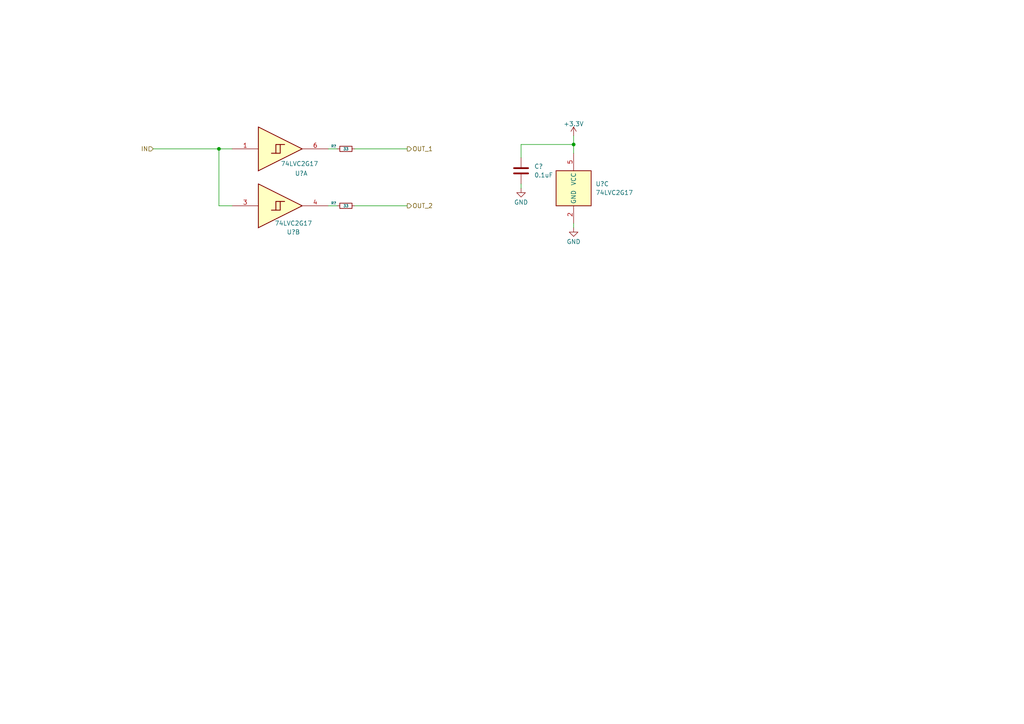
<source format=kicad_sch>
(kicad_sch (version 20250114) (generator "eeschema") (generator_version "9.0")
  (paper "A4")
  (lib_symbols
    (symbol "74xGxx:74LVC2G17"
      (property "Reference" "U" (at -1.27 7.62 0))
      (property "Value" "74LVC2G17" (at 2.54 -7.62 0))
      (symbol "74LVC2G17_1_1"
        (polyline (pts (xy -7.62 6.35) (xy -7.62 -6.35) (xy 5.08 0) (xy -7.62 6.35)) (stroke (width 0.254)) (fill (type background)))
        (polyline (pts (xy -3.81 1.27) (xy -2.54 1.27) (xy -2.54 -1.27) (xy 0 -1.27)) (stroke (width 0.254)) (fill (type background)))
        (polyline (pts (xy -2.54 1.27) (xy -1.27 1.27) (xy -1.27 -1.27)) (stroke (width 0.254)) (fill (type background)))
        (pin input line (at -15.24 0 0) (length 7.62) (name "~") (number "1"))
        (pin output line (at 12.7 0 180) (length 7.62) (name "~") (number "6"))
      )
      (symbol "74LVC2G17_2_1"
        (polyline (pts (xy -7.62 6.35) (xy -7.62 -6.35) (xy 5.08 0) (xy -7.62 6.35)) (stroke (width 0.254)) (fill (type background)))
        (polyline (pts (xy -3.81 1.27) (xy -2.54 1.27) (xy -2.54 -1.27) (xy 0 -1.27)) (stroke (width 0.254)) (fill (type background)))
        (polyline (pts (xy -2.54 1.27) (xy -1.27 1.27) (xy -1.27 -1.27)) (stroke (width 0.254)) (fill (type background)))
        (pin input line (at -15.24 0 0) (length 7.62) (name "~") (number "3"))
        (pin output line (at 12.7 0 180) (length 7.62) (name "~") (number "4"))
      )
      (symbol "74LVC2G17_3_0"
        (rectangle (start -5.08 -5.08) (end 5.08 5.08) (stroke (width 0.254)) (fill (type background)))
      )
      (symbol "74LVC2G17_3_1"
        (pin power_in line (at 0 10.16 270) (length 5.08) (name "VCC") (number "5"))
        (pin power_in line (at 0 -10.16 90) (length 5.08) (name "GND") (number "2"))
      )
    )
    (symbol "Device:C" (pin_numbers (hide yes)) (pin_names (offset 0.254))
      (property "Reference" "C" (at 0.635 2.54 0))
      (property "Value" "C" (at 0.635 -2.54 0))
      (symbol "C_0_1"
        (polyline (pts (xy -2.032 0.762) (xy 2.032 0.762)) (stroke (width 0.508)))
        (polyline (pts (xy -2.032 -0.762) (xy 2.032 -0.762)) (stroke (width 0.508)))
      )
      (symbol "C_1_1"
        (pin passive line (at 0 3.81 270) (length 2.794) (name "~") (number "1"))
        (pin passive line (at 0 -3.81 90) (length 2.794) (name "~") (number "2"))
      )
    )
    (symbol "Device:R_Small" (pin_numbers (hide yes)) (pin_names (offset 0.254) (hide yes))
      (property "Reference" "R" (at 0 0 90))
      (property "Value" "R_Small" (at 1.778 0 90))
      (symbol "R_Small_0_1"
        (rectangle (start -0.762 1.778) (end 0.762 -1.778) (stroke (width 0.2032)))
      )
      (symbol "R_Small_1_1"
        (pin passive line (at 0 2.54 270) (length 0.762) (name "~") (number "1"))
        (pin passive line (at 0 -2.54 90) (length 0.762) (name "~") (number "2"))
      )
    )
    (symbol "power:+3.3V" (power) (pin_names (offset 0))
      (property "Value" "+3.3V" (at 0 3.556 0))
      (symbol "+3.3V_0_1"
        (polyline (pts (xy -0.762 1.27) (xy 0 2.54)))
        (polyline (pts (xy 0 2.54) (xy 0.762 1.27)))
        (polyline (pts (xy 0 0) (xy 0 2.54)))
      )
      (symbol "+3.3V_1_1"
        (pin power_in line (at 0 0 90) (length 0) (hide yes) (name "+3.3V") (number "1"))
      )
    )
    (symbol "power:GND" (power) (pin_names (offset 0))
      (property "Value" "GND" (at 0 -3.81 0))
      (symbol "GND_0_1"
        (polyline (pts (xy 0 0) (xy 0 -1.27) (xy 1.27 -1.27) (xy 0 -2.54) (xy -1.27 -1.27) (xy 0 -1.27)))
      )
      (symbol "GND_1_1"
        (pin power_in line (at 0 0 270) (length 0) (hide yes) (name "GND") (number "1"))
      )
    )
  )
  (junction (at 63.5 43.18))
  (junction (at 166.37 41.91))
  (wire (pts (xy 118.11 59.69) (xy 102.87 59.69)))
  (wire (pts (xy 95.25 43.18) (xy 97.79 43.18)))
  (wire (pts (xy 166.37 41.91) (xy 166.37 44.45)))
  (wire (pts (xy 63.5 43.18) (xy 44.45 43.18)))
  (wire (pts (xy 166.37 64.77) (xy 166.37 66.04)))
  (wire (pts (xy 63.5 59.69) (xy 63.5 43.18)))
  (wire (pts (xy 67.31 59.69) (xy 63.5 59.69)))
  (wire (pts (xy 151.13 41.91) (xy 166.37 41.91)))
  (wire (pts (xy 95.25 59.69) (xy 97.79 59.69)))
  (wire (pts (xy 118.11 43.18) (xy 102.87 43.18)))
  (wire (pts (xy 67.31 43.18) (xy 63.5 43.18)))
  (wire (pts (xy 151.13 41.91) (xy 151.13 45.72)))
  (wire (pts (xy 151.13 53.34) (xy 151.13 54.61)))
  (wire (pts (xy 166.37 39.37) (xy 166.37 41.91)))
  (hierarchical_label "OUT_1" (shape output) (at 118.11 43.18 0))
  (hierarchical_label "IN" (shape input) (at 44.45 43.18 180))
  (hierarchical_label "OUT_2" (shape output) (at 118.11 59.69 0))
  (symbol (lib_id "Device:R_Small") (at 100.33 43.18 90) (unit 1)
    (property "Reference" "R?" (at 96.774 42.418 90) (effects (font (size 0.762 0.762))))
    (property "Value" "33" (at 100.33 43.18 90) (effects (font (size 0.762 0.762))))
    (property "Description" "Resistor, small symbol" (effects (hide yes)))
  )
  (symbol (lib_id "74xGxx:74LVC2G17") (at 82.55 43.18 0) (mirror x) (unit 1)
    (property "Reference" "U?" (at 87.376 50.292 0))
    (property "Value" "74LVC2G17" (at 86.868 47.498 0))
    (property "Footprint" "Package_TO_SOT_SMD:SOT-23-6" (effects (hide yes)))
    (property "Datasheet" "http://www.ti.com/lit/sg/scyt129e/scyt129e.pdf" (effects (hide yes)))
    (property "Description" "Dual Buffer, Schmitt Triggered, Low-Voltage CMOS" (effects (hide yes)))
  )
  (symbol (lib_id "74xGxx:74LVC2G17") (at 166.37 54.61 0) (unit 3)
    (property "Reference" "U?" (at 172.72 53.3399 0) (effects (justify left)))
    (property "Value" "74LVC2G17" (at 172.72 55.8799 0) (effects (justify left)))
    (property "Footprint" "Package_TO_SOT_SMD:SOT-23-6" (effects (hide yes)))
    (property "Datasheet" "http://www.ti.com/lit/sg/scyt129e/scyt129e.pdf" (effects (hide yes)))
    (property "Description" "Dual Buffer, Schmitt Triggered, Low-Voltage CMOS" (effects (hide yes)))
  )
  (symbol (lib_id "power:GND") (at 166.37 66.04 0) (mirror y) (unit 1)
    (property "Reference" "#PWR046" (effects (hide yes)))
    (property "Value" "GND" (at 166.37 70.104 0))
    (instances (project "arena_10_of_10_v1r1" (path "" (reference "#PWR0107") (unit 1)) (path "" (reference "#PWR099") (unit 1)) (path "" (reference "#PWR061") (unit 1)) (path "" (reference "#PWR078") (unit 1)) (path "" (reference "#PWR087") (unit 1)) (path "" (reference "#PWR0102") (unit 1)) (path "" (reference "#PWR049") (unit 1)) (path "" (reference "#PWR067") (unit 1)) (path "" (reference "#PWR074") (unit 1)) (path "" (reference "#PWR058") (unit 1)) (path "" (reference "#PWR070") (unit 1)) (path "" (reference "#PWR090") (unit 1)) (path "" (reference "#PWR093") (unit 1)) (path "" (reference "#PWR052") (unit 1)) (path "" (reference "#PWR055") (unit 1)) (path "" (reference "#PWR081") (unit 1)) (path "" (reference "#PWR096") (unit 1)) (path "" (reference "#PWR084") (unit 1)) (path "" (reference "#PWR046") (unit 1)) (path "" (reference "#PWR064") (unit 1))))
  )
  (symbol (lib_id "power:GND") (at 151.13 54.61 0) (mirror y) (unit 1)
    (property "Reference" "#PWR044" (effects (hide yes)))
    (property "Value" "GND" (at 151.13 58.674 0))
    (instances (project "arena_10_of_10_v1r1" (path "" (reference "#PWR0104") (unit 1)) (path "" (reference "#PWR097") (unit 1)) (path "" (reference "#PWR059") (unit 1)) (path "" (reference "#PWR076") (unit 1)) (path "" (reference "#PWR085") (unit 1)) (path "" (reference "#PWR0100") (unit 1)) (path "" (reference "#PWR047") (unit 1)) (path "" (reference "#PWR065") (unit 1)) (path "" (reference "#PWR071") (unit 1)) (path "" (reference "#PWR056") (unit 1)) (path "" (reference "#PWR068") (unit 1)) (path "" (reference "#PWR088") (unit 1)) (path "" (reference "#PWR091") (unit 1)) (path "" (reference "#PWR050") (unit 1)) (path "" (reference "#PWR053") (unit 1)) (path "" (reference "#PWR079") (unit 1)) (path "" (reference "#PWR094") (unit 1)) (path "" (reference "#PWR082") (unit 1)) (path "" (reference "#PWR044") (unit 1)) (path "" (reference "#PWR062") (unit 1))))
  )
  (symbol (lib_id "74xGxx:74LVC2G17") (at 82.55 59.69 0) (mirror x) (unit 2)
    (property "Reference" "U?" (at 85.09 67.31 0))
    (property "Value" "74LVC2G17" (at 85.09 64.77 0))
    (property "Footprint" "Package_TO_SOT_SMD:SOT-23-6" (effects (hide yes)))
    (property "Datasheet" "http://www.ti.com/lit/sg/scyt129e/scyt129e.pdf" (effects (hide yes)))
    (property "Description" "Dual Buffer, Schmitt Triggered, Low-Voltage CMOS" (effects (hide yes)))
  )
  (symbol (lib_id "Device:C") (at 151.13 49.53 0) (unit 1)
    (property "Reference" "C?" (at 154.94 48.2599 0) (effects (justify left)))
    (property "Value" "0.1uF" (at 154.94 50.7999 0) (effects (justify left)))
    (property "Footprint" "Capacitor_SMD:C_0402_1005Metric" (effects (hide yes)))
    (property "Description" "Unpolarized capacitor" (effects (hide yes)))
  )
  (symbol (lib_id "Device:R_Small") (at 100.33 59.69 90) (unit 1)
    (property "Reference" "R?" (at 96.774 58.928 90) (effects (font (size 0.762 0.762))))
    (property "Value" "33" (at 100.33 59.69 90) (effects (font (size 0.762 0.762))))
    (property "Description" "Resistor, small symbol" (effects (hide yes)))
  )
  (symbol (lib_id "power:+3.3V") (at 166.37 39.37 0) (unit 1)
    (property "Reference" "#PWR045" (effects (hide yes)))
    (property "Value" "+3.3V" (at 166.37 35.941 0))
    (instances (project "arena_10_of_10_v1r1" (path "" (reference "#PWR0105") (unit 1)) (path "" (reference "#PWR098") (unit 1)) (path "" (reference "#PWR060") (unit 1)) (path "" (reference "#PWR077") (unit 1)) (path "" (reference "#PWR086") (unit 1)) (path "" (reference "#PWR0101") (unit 1)) (path "" (reference "#PWR048") (unit 1)) (path "" (reference "#PWR066") (unit 1)) (path "" (reference "#PWR072") (unit 1)) (path "" (reference "#PWR057") (unit 1)) (path "" (reference "#PWR069") (unit 1)) (path "" (reference "#PWR089") (unit 1)) (path "" (reference "#PWR092") (unit 1)) (path "" (reference "#PWR051") (unit 1)) (path "" (reference "#PWR054") (unit 1)) (path "" (reference "#PWR080") (unit 1)) (path "" (reference "#PWR095") (unit 1)) (path "" (reference "#PWR083") (unit 1)) (path "" (reference "#PWR045") (unit 1)) (path "" (reference "#PWR063") (unit 1))))
  )
)
</source>
